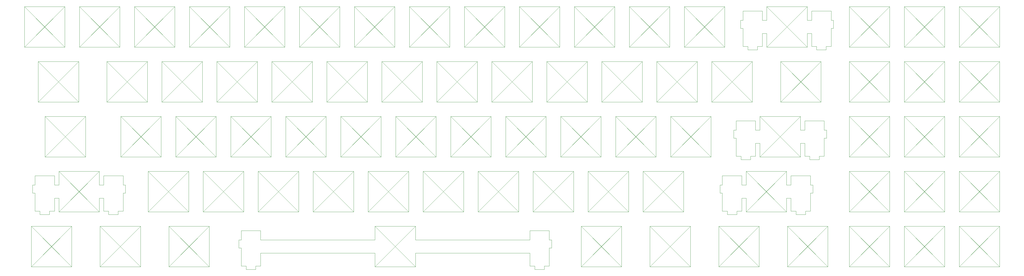
<source format=gm1>
G04*
G04 #@! TF.GenerationSoftware,Altium Limited,Altium Designer,21.2.2 (38)*
G04*
G04 Layer_Color=16711935*
%FSLAX25Y25*%
%MOIN*%
G70*
G04*
G04 #@! TF.SameCoordinates,D2681F19-CCD1-4E4B-9F87-FD34C08DC50C*
G04*
G04*
G04 #@! TF.FilePolarity,Positive*
G04*
G01*
G75*
%ADD58C,0.00050*%
%ADD59C,0.00100*%
D58*
X42946Y33568D02*
X98061D01*
X136696D02*
X191812D01*
X136696D02*
Y88690D01*
X98061Y33568D02*
Y88690D01*
X42946Y33568D02*
Y88690D01*
X191812Y33568D02*
Y88690D01*
X42946D02*
X98061D01*
X136696D02*
X191812D01*
X33565Y333568D02*
Y388695D01*
Y333568D02*
X88692D01*
Y388695D01*
X33565D02*
X88692D01*
X108570Y333568D02*
Y388695D01*
Y333568D02*
X163692D01*
Y388695D01*
X108570D02*
X163692D01*
X135561Y145184D02*
X141568D01*
Y157901D01*
X168141D01*
Y145184D02*
Y157901D01*
Y145184D02*
X171391D01*
Y134159D02*
Y145184D01*
X168141Y134159D02*
X171391D01*
X168141Y109474D02*
Y134159D01*
X161354Y109474D02*
X168141D01*
X161354Y104754D02*
Y109474D01*
X148361Y104754D02*
X161354D01*
X148361D02*
Y109474D01*
X141568D02*
X148361D01*
X141568D02*
Y127074D01*
X135561D02*
X141568D01*
X74440D02*
X80445D01*
X74440Y109474D02*
Y127074D01*
X67653Y109474D02*
X74440D01*
X67653Y104754D02*
Y109474D01*
X54659Y104754D02*
X67653D01*
X54659D02*
Y109474D01*
X47866D02*
X54659D01*
X47866D02*
Y134159D01*
X44616D02*
X47866D01*
X44616D02*
Y145184D01*
X47866D01*
Y157901D01*
X74440D01*
Y145184D02*
Y157901D01*
Y145184D02*
X80445D01*
X183570Y333568D02*
Y388695D01*
Y333568D02*
X238692D01*
Y388695D01*
X183570D02*
X238692D01*
X258570Y333568D02*
Y388695D01*
Y333568D02*
X313692D01*
Y388695D01*
X258570D02*
X313692D01*
X333570Y333568D02*
Y388695D01*
Y333568D02*
X388692D01*
Y388695D01*
X333570D02*
X388692D01*
X408564Y333568D02*
Y388695D01*
Y333568D02*
X463686D01*
Y388695D01*
X408564D02*
X463686D01*
X483564Y333568D02*
Y388695D01*
Y333568D02*
X538694D01*
Y388695D01*
X483564D02*
X538694D01*
X558571Y333568D02*
Y388695D01*
Y333568D02*
X613694D01*
Y388695D01*
X558571D02*
X613694D01*
X633571Y333568D02*
Y388695D01*
Y333568D02*
X688694D01*
Y388695D01*
X633571D02*
X688694D01*
X708571Y333568D02*
Y388695D01*
Y333568D02*
X763694D01*
Y388695D01*
X708571D02*
X763694D01*
X783571Y333568D02*
Y388695D01*
Y333568D02*
X838694D01*
Y388695D01*
X783571D02*
X838694D01*
X858572Y333568D02*
Y388695D01*
Y333568D02*
X913694D01*
Y388695D01*
X858572D02*
X913694D01*
X933572Y333568D02*
Y388695D01*
Y333568D02*
X988694D01*
Y388695D01*
X933572D02*
X988694D01*
X1158572Y333568D02*
Y388695D01*
Y333568D02*
X1213694D01*
Y388695D01*
X1158572D02*
X1213694D01*
X1233572Y333568D02*
Y388695D01*
Y333568D02*
X1288694D01*
Y388695D01*
X1233572D02*
X1288694D01*
X1308572Y333568D02*
Y388695D01*
Y333568D02*
X1363694D01*
Y388695D01*
X1308572D02*
X1363694D01*
X1046072D02*
X1101194D01*
Y370190D02*
Y388695D01*
Y370190D02*
X1107193D01*
Y382906D01*
X1133764D01*
Y370190D02*
Y382906D01*
Y370190D02*
X1137016D01*
Y359159D02*
Y370190D01*
X1133764Y359159D02*
X1137016D01*
X1133764Y334480D02*
Y359159D01*
X1126977Y334480D02*
X1133764D01*
X1126977Y329754D02*
Y334480D01*
X1113985Y329754D02*
X1126977D01*
X1113985D02*
Y334480D01*
X1107193D02*
X1113985D01*
X1107193D02*
Y352075D01*
X1101194D02*
X1107193D01*
X1101194Y333568D02*
Y352075D01*
X1046072Y333568D02*
X1101194D01*
X1046072D02*
Y352075D01*
X1040071D02*
X1046072D01*
X1040071Y334480D02*
Y352075D01*
X1033276Y334480D02*
X1040071D01*
X1033276Y329754D02*
Y334480D01*
X1020284Y329754D02*
X1033276D01*
X1020284D02*
Y334480D01*
X1013493D02*
X1020284D01*
X1013493D02*
Y359159D01*
X1010245D02*
X1013493D01*
X1010245D02*
Y370190D01*
X1013493D01*
Y382906D01*
X1040071D01*
Y370190D02*
Y382906D01*
Y370190D02*
X1046072D01*
Y388695D01*
X52320Y258568D02*
Y313690D01*
Y258568D02*
X107437D01*
Y313690D01*
X52320D02*
X107437D01*
X146070Y258568D02*
Y313690D01*
Y258568D02*
X201192D01*
Y313690D01*
X146070D02*
X201192D01*
X221070Y258568D02*
Y313690D01*
Y258568D02*
X276192D01*
Y313690D01*
X221070D02*
X276192D01*
X296070Y258568D02*
Y313690D01*
Y258568D02*
X351192D01*
Y313690D01*
X296070D02*
X351192D01*
X371070Y258568D02*
Y313690D01*
Y258568D02*
X426194D01*
Y313690D01*
X371070D02*
X426194D01*
X446071Y258568D02*
Y313690D01*
Y258568D02*
X501194D01*
Y313690D01*
X446071D02*
X501194D01*
X521071Y258568D02*
Y313690D01*
Y258568D02*
X576194D01*
Y313690D01*
X521071D02*
X576194D01*
X596071Y258568D02*
Y313690D01*
Y258568D02*
X651194D01*
Y313690D01*
X596071D02*
X651194D01*
X671071Y258568D02*
Y313690D01*
Y258568D02*
X726194D01*
Y313690D01*
X671071D02*
X726194D01*
X746071Y258568D02*
Y313690D01*
Y258568D02*
X801194D01*
Y313690D01*
X746071D02*
X801194D01*
X821072Y258568D02*
Y313690D01*
Y258568D02*
X876194D01*
Y313690D01*
X821072D02*
X876194D01*
X896072Y258568D02*
Y313690D01*
Y258568D02*
X951194D01*
Y313690D01*
X896072D02*
X951194D01*
X971072Y258568D02*
Y313690D01*
Y258568D02*
X1026194D01*
Y313690D01*
X971072D02*
X1026194D01*
X1064820Y258568D02*
Y313690D01*
Y258568D02*
X1119938D01*
Y313690D01*
X1064820D02*
X1119938D01*
X1158572Y258568D02*
Y313690D01*
Y258568D02*
X1213694D01*
Y313690D01*
X1158572D02*
X1213694D01*
X1233572Y258568D02*
Y313690D01*
Y258568D02*
X1288694D01*
Y313690D01*
X1233572D02*
X1288694D01*
X1308572Y258568D02*
Y313690D01*
Y258568D02*
X1363694D01*
Y313690D01*
X1308572D02*
X1363694D01*
X61695Y183568D02*
Y238690D01*
Y183568D02*
X116811D01*
Y238690D01*
X61695D02*
X116811D01*
X164820Y183568D02*
Y238690D01*
Y183568D02*
X219937D01*
Y238690D01*
X164820D02*
X219937D01*
X239820Y183568D02*
Y238690D01*
Y183568D02*
X294937D01*
Y238690D01*
X239820D02*
X294937D01*
X314820Y183568D02*
Y238690D01*
Y183568D02*
X369937D01*
Y238690D01*
X314820D02*
X369937D01*
X389820Y183568D02*
Y238690D01*
Y183568D02*
X444938D01*
Y238690D01*
X389820D02*
X444938D01*
X464819Y183568D02*
Y238690D01*
Y183568D02*
X519938D01*
Y238690D01*
X464819D02*
X519938D01*
X539819Y183568D02*
Y238690D01*
Y183568D02*
X594938D01*
Y238690D01*
X539819D02*
X594938D01*
X614819Y183568D02*
Y238690D01*
Y183568D02*
X669938D01*
Y238690D01*
X614819D02*
X669938D01*
X689819Y183568D02*
Y238690D01*
Y183568D02*
X744938D01*
Y238690D01*
X689819D02*
X744938D01*
X764819Y183568D02*
Y238690D01*
Y183568D02*
X819938D01*
Y238690D01*
X764819D02*
X819938D01*
X839820Y183568D02*
Y238690D01*
Y183568D02*
X894938D01*
Y238690D01*
X839820D02*
X894938D01*
X914820Y183568D02*
Y238690D01*
Y183568D02*
X969938D01*
Y238690D01*
X914820D02*
X969938D01*
X1158572Y183568D02*
Y238690D01*
Y183568D02*
X1213694D01*
Y238690D01*
X1158572D02*
X1213694D01*
X1233572Y183568D02*
Y238690D01*
Y183568D02*
X1288694D01*
Y238690D01*
X1233572D02*
X1288694D01*
X1308572Y183568D02*
Y238690D01*
Y183568D02*
X1363694D01*
Y238690D01*
X1308572D02*
X1363694D01*
X1036693D02*
X1091812D01*
Y220184D02*
Y238690D01*
Y220184D02*
X1097816D01*
Y232901D01*
X1124391D01*
Y220184D02*
Y232901D01*
Y220184D02*
X1127642D01*
Y209159D02*
Y220184D01*
X1124391Y209159D02*
X1127642D01*
X1124391Y184480D02*
Y209159D01*
X1117599Y184480D02*
X1124391D01*
X1117599Y179754D02*
Y184480D01*
X1104603Y179754D02*
X1117599D01*
X1104603D02*
Y184480D01*
X1097816D02*
X1104603D01*
X1097816D02*
Y202075D01*
X1091812D02*
X1097816D01*
X1091812Y183568D02*
Y202075D01*
X1036693Y183568D02*
X1091812D01*
X1036693D02*
Y202075D01*
X1030690D02*
X1036693D01*
X1030690Y184480D02*
Y202075D01*
X1023898Y184480D02*
X1030690D01*
X1023898Y179754D02*
Y184480D01*
X1010902Y179754D02*
X1023898D01*
X1010902D02*
Y184480D01*
X1004115D02*
X1010902D01*
X1004115D02*
Y209159D01*
X1000867D02*
X1004115D01*
X1000867D02*
Y220184D01*
X1004115D01*
Y232901D01*
X1030690D01*
Y220184D02*
Y232901D01*
Y220184D02*
X1036693D01*
Y238690D01*
X202320Y108568D02*
Y163690D01*
Y108568D02*
X257437D01*
Y163690D01*
X202320D02*
X257437D01*
X277320Y108568D02*
Y163690D01*
Y108568D02*
X332437D01*
Y163690D01*
X277320D02*
X332437D01*
X352320Y108568D02*
Y163690D01*
Y108568D02*
X407438D01*
Y163690D01*
X352320D02*
X407438D01*
X427319Y108568D02*
Y163690D01*
Y108568D02*
X482438D01*
Y163690D01*
X427319D02*
X482438D01*
X502319Y108568D02*
Y163690D01*
Y108568D02*
X557438D01*
Y163690D01*
X502319D02*
X557438D01*
X577319Y108568D02*
Y163690D01*
Y108568D02*
X632438D01*
Y163690D01*
X577319D02*
X632438D01*
X652319Y108568D02*
Y163690D01*
Y108568D02*
X707438D01*
Y163690D01*
X652319D02*
X707438D01*
X727319Y108568D02*
Y163690D01*
Y108568D02*
X782438D01*
Y163690D01*
X727319D02*
X782438D01*
X802320Y108568D02*
Y163690D01*
Y108568D02*
X857438D01*
Y163690D01*
X802320D02*
X857438D01*
X877320Y108568D02*
Y163690D01*
Y108568D02*
X932438D01*
Y163690D01*
X877320D02*
X932438D01*
X1158572Y108568D02*
Y163690D01*
Y108568D02*
X1213694D01*
Y163690D01*
X1158572D02*
X1213694D01*
X1233572Y108568D02*
Y163690D01*
Y108568D02*
X1288694D01*
Y163690D01*
X1233572D02*
X1288694D01*
X1308572Y108568D02*
Y163690D01*
Y108568D02*
X1363694D01*
Y163690D01*
X1308572D02*
X1363694D01*
X80445D02*
X135561D01*
Y145184D02*
Y163690D01*
Y108568D02*
Y127074D01*
X80445Y108568D02*
X135561D01*
X80445D02*
Y127074D01*
Y145184D02*
Y163690D01*
X1017945D02*
X1073064D01*
Y145184D02*
Y163690D01*
Y145184D02*
X1079068D01*
Y157901D01*
X1105642D01*
Y145184D02*
Y157901D01*
Y145184D02*
X1108891D01*
Y134159D02*
Y145184D01*
X1105642Y134159D02*
X1108891D01*
X1105642Y109474D02*
Y134159D01*
X1098855Y109474D02*
X1105642D01*
X1098855Y104754D02*
Y109474D01*
X1085859Y104754D02*
X1098855D01*
X1085859D02*
Y109474D01*
X1079068D02*
X1085859D01*
X1079068D02*
Y127074D01*
X1073064D02*
X1079068D01*
X1073064Y108568D02*
Y127074D01*
X1017945Y108568D02*
X1073064D01*
X1017945D02*
Y127074D01*
X1011942D02*
X1017945D01*
X1011942Y109474D02*
Y127074D01*
X1005146Y109474D02*
X1011942D01*
X1005146Y104754D02*
Y109474D01*
X992154Y104754D02*
X1005146D01*
X992154D02*
Y109474D01*
X985367D02*
X992154D01*
X985367D02*
Y134159D01*
X982115D02*
X985367D01*
X982115D02*
Y145184D01*
X985367D01*
Y157901D01*
X1011942D01*
Y145184D02*
Y157901D01*
Y145184D02*
X1017945D01*
Y163690D01*
X230445Y33568D02*
Y88690D01*
Y33568D02*
X285562D01*
Y88690D01*
X230445D02*
X285562D01*
X792945Y33568D02*
Y88690D01*
Y33568D02*
X848064D01*
Y88690D01*
X792945D02*
X848064D01*
X886693Y33568D02*
Y88690D01*
Y33568D02*
X941812D01*
Y88690D01*
X886693D02*
X941812D01*
X980445Y33568D02*
Y88690D01*
Y33568D02*
X1035564D01*
Y88690D01*
X980445D02*
X1035564D01*
X1074193Y33568D02*
Y88690D01*
Y33568D02*
X1129312D01*
Y88690D01*
X1074193D02*
X1129312D01*
X1158572Y33568D02*
Y88690D01*
Y33568D02*
X1213694D01*
Y88690D01*
X1158572D02*
X1213694D01*
X1233572Y33568D02*
Y88690D01*
Y33568D02*
X1288694D01*
Y88690D01*
X1233572D02*
X1288694D01*
X1308572Y33568D02*
Y88690D01*
Y33568D02*
X1363694D01*
Y88690D01*
X1308572D02*
X1363694D01*
X511693D02*
X566812D01*
Y70184D02*
Y88690D01*
Y70184D02*
X722816D01*
Y82901D01*
X749391D01*
Y70184D02*
Y82901D01*
Y70184D02*
X752642D01*
Y59159D02*
Y70184D01*
X749391Y59159D02*
X752642D01*
X749391Y34479D02*
Y59159D01*
X742599Y34479D02*
X749391D01*
X742599Y29754D02*
Y34479D01*
X729603Y29754D02*
X742599D01*
X729603D02*
Y34479D01*
X722816D02*
X729603D01*
X722816D02*
Y52079D01*
X566812D02*
X722816D01*
X566812Y33568D02*
Y52079D01*
X511693Y33568D02*
X566812D01*
X511693D02*
Y52079D01*
X355690D02*
X511693D01*
X355690Y34479D02*
Y52079D01*
X348897Y34479D02*
X355690D01*
X348897Y29754D02*
Y34479D01*
X335909Y29754D02*
X348897D01*
X335909D02*
Y34479D01*
X329116D02*
X335909D01*
X329116D02*
Y59159D01*
X325866D02*
X329116D01*
X325866D02*
Y70184D01*
X329116D01*
Y82901D01*
X355690D01*
Y70184D02*
Y82901D01*
Y70184D02*
X511693D01*
Y88690D01*
D59*
X136685D02*
X191812Y33563D01*
X42934Y88690D02*
X98061Y33563D01*
X42934D02*
X98061Y88690D01*
X136685Y33563D02*
X191812Y88690D01*
X33565Y333568D02*
X88692Y388695D01*
X33565D02*
X88692Y333568D01*
X108565Y388695D02*
X163692Y333568D01*
X108565D02*
X163692Y388695D01*
X1308566Y33563D02*
X1363694Y88690D01*
X1308566D02*
X1363694Y33563D01*
X1233566D02*
X1288694Y88690D01*
X1233566D02*
X1288694Y33563D01*
X1158566D02*
X1213694Y88690D01*
X1158566D02*
X1213694Y33563D01*
X1074185D02*
X1129312Y88690D01*
X1074185D02*
X1129312Y33563D01*
X980437D02*
X1035564Y88690D01*
X980437D02*
X1035564Y33563D01*
X886685D02*
X941812Y88690D01*
X886685D02*
X941812Y33563D01*
X792937D02*
X848064Y88690D01*
X792937D02*
X848064Y33563D01*
X511685D02*
X566812Y88690D01*
X511685D02*
X566812Y33563D01*
X230435D02*
X285562Y88690D01*
X230435D02*
X285562Y33563D01*
X1308566Y108563D02*
X1363694Y163690D01*
X1308566D02*
X1363694Y108563D01*
X1233566D02*
X1288694Y163690D01*
X1233566D02*
X1288694Y108563D01*
X1158566D02*
X1213694Y163690D01*
X1158566D02*
X1213694Y108563D01*
X1017937D02*
X1073064Y163690D01*
X1017937D02*
X1073064Y108563D01*
X877311D02*
X932438Y163690D01*
X877311D02*
X932438Y108563D01*
X802311D02*
X857438Y163690D01*
X802311D02*
X857438Y108563D01*
X727311D02*
X782438Y163690D01*
X727311D02*
X782438Y108563D01*
X652311D02*
X707438Y163690D01*
X652311D02*
X707438Y108563D01*
X577311D02*
X632438Y163690D01*
X577311D02*
X632438Y108563D01*
X502311D02*
X557438Y163690D01*
X502311D02*
X557438Y108563D01*
X427311D02*
X482438Y163690D01*
X427311D02*
X482438Y108563D01*
X352311D02*
X407438Y163690D01*
X352311D02*
X407438Y108563D01*
X277310D02*
X332437Y163690D01*
X277310D02*
X332437Y108563D01*
X202310D02*
X257437Y163690D01*
X202310D02*
X257437Y108563D01*
X80434D02*
X135561Y163690D01*
X80434D02*
X135561Y108563D01*
X1308566Y183563D02*
X1363694Y238690D01*
X1308566D02*
X1363694Y183563D01*
X1233566D02*
X1288694Y238690D01*
X1233566D02*
X1288694Y183563D01*
X1158566D02*
X1213694Y238690D01*
X1158566D02*
X1213694Y183563D01*
X1036685D02*
X1091812Y238690D01*
X1036685D02*
X1091812Y183563D01*
X914811D02*
X969938Y238690D01*
X914811D02*
X969938Y183563D01*
X839811D02*
X894938Y238690D01*
X839811D02*
X894938Y183563D01*
X764811D02*
X819938Y238690D01*
X764811D02*
X819938Y183563D01*
X689811D02*
X744938Y238690D01*
X689811D02*
X744938Y183563D01*
X614811D02*
X669938Y238690D01*
X614811D02*
X669938Y183563D01*
X539811D02*
X594938Y238690D01*
X539811D02*
X594938Y183563D01*
X464811D02*
X519938Y238690D01*
X464811D02*
X519938Y183563D01*
X389811D02*
X444938Y238690D01*
X389811D02*
X444938Y183563D01*
X314810D02*
X369937Y238690D01*
X314810D02*
X369937Y183563D01*
X239810D02*
X294937Y238690D01*
X239810D02*
X294937Y183563D01*
X164810D02*
X219937Y238690D01*
X164810D02*
X219937Y183563D01*
X61684D02*
X116811Y238690D01*
X61684D02*
X116811Y183563D01*
X1308566Y258563D02*
X1363694Y313690D01*
X1308566D02*
X1363694Y258563D01*
X1233566D02*
X1288694Y313690D01*
X1233566D02*
X1288694Y258563D01*
X1158566D02*
X1213694Y313690D01*
X1158566D02*
X1213694Y258563D01*
X1064811D02*
X1119938Y313690D01*
X1064811D02*
X1119938Y258563D01*
X971066D02*
X1026194Y313690D01*
X971066D02*
X1026194Y258563D01*
X896066D02*
X951194Y313690D01*
X896066D02*
X951194Y258563D01*
X821066D02*
X876194Y313690D01*
X821066D02*
X876194Y258563D01*
X746067D02*
X801194Y313690D01*
X746067D02*
X801194Y258563D01*
X671067D02*
X726194Y313690D01*
X671067D02*
X726194Y258563D01*
X596067D02*
X651194Y313690D01*
X596067D02*
X651194Y258563D01*
X521067D02*
X576194Y313690D01*
X521067D02*
X576194Y258563D01*
X446067D02*
X501194Y313690D01*
X446067D02*
X501194Y258563D01*
X371066D02*
X426194Y313690D01*
X371066D02*
X426194Y258563D01*
X296065D02*
X351192Y313690D01*
X296065D02*
X351192Y258563D01*
X221065D02*
X276192Y313690D01*
X221065D02*
X276192Y258563D01*
X146065D02*
X201192Y313690D01*
X146065D02*
X201192Y258563D01*
X52310D02*
X107437Y313690D01*
X52310D02*
X107437Y258563D01*
X1308566Y333568D02*
X1363694Y388695D01*
X1308566D02*
X1363694Y333568D01*
X1233566D02*
X1288694Y388695D01*
X1233566D02*
X1288694Y333568D01*
X1158566D02*
X1213694Y388695D01*
X1158566D02*
X1213694Y333568D01*
X1046066D02*
X1101194Y388695D01*
X1046066D02*
X1101194Y333568D01*
X933566D02*
X988694Y388695D01*
X933566D02*
X988694Y333568D01*
X858566D02*
X913694Y388695D01*
X858566D02*
X913694Y333568D01*
X783567D02*
X838694Y388695D01*
X783567D02*
X838694Y333568D01*
X708567D02*
X763694Y388695D01*
X708567D02*
X763694Y333568D01*
X633567D02*
X688694Y388695D01*
X633567D02*
X688694Y333568D01*
X558567D02*
X613694Y388695D01*
X558567D02*
X613694Y333568D01*
X483567D02*
X538694Y388695D01*
X483567D02*
X538694Y333568D01*
X408559D02*
X463686Y388695D01*
X408559D02*
X463686Y333568D01*
X333565D02*
X388692Y388695D01*
X333565D02*
X388692Y333568D01*
X258565D02*
X313692Y388695D01*
X258565D02*
X313692Y333568D01*
X183565D02*
X238692Y388695D01*
X183565D02*
X238692Y333568D01*
M02*

</source>
